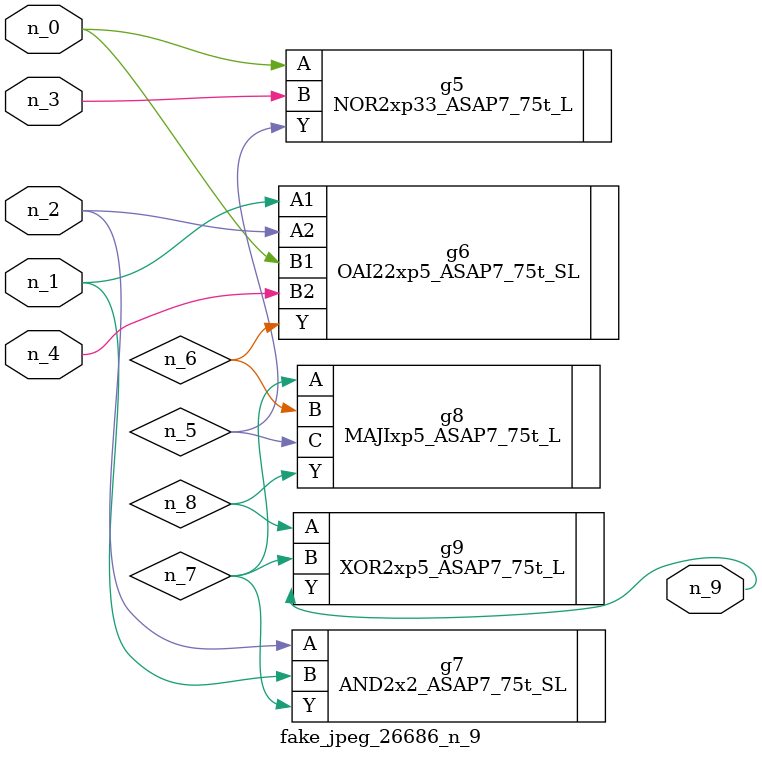
<source format=v>
module fake_jpeg_26686_n_9 (n_3, n_2, n_1, n_0, n_4, n_9);

input n_3;
input n_2;
input n_1;
input n_0;
input n_4;

output n_9;

wire n_8;
wire n_6;
wire n_5;
wire n_7;

NOR2xp33_ASAP7_75t_L g5 ( 
.A(n_0),
.B(n_3),
.Y(n_5)
);

OAI22xp5_ASAP7_75t_SL g6 ( 
.A1(n_1),
.A2(n_2),
.B1(n_0),
.B2(n_4),
.Y(n_6)
);

AND2x2_ASAP7_75t_SL g7 ( 
.A(n_2),
.B(n_1),
.Y(n_7)
);

MAJIxp5_ASAP7_75t_L g8 ( 
.A(n_7),
.B(n_6),
.C(n_5),
.Y(n_8)
);

XOR2xp5_ASAP7_75t_L g9 ( 
.A(n_8),
.B(n_7),
.Y(n_9)
);


endmodule
</source>
